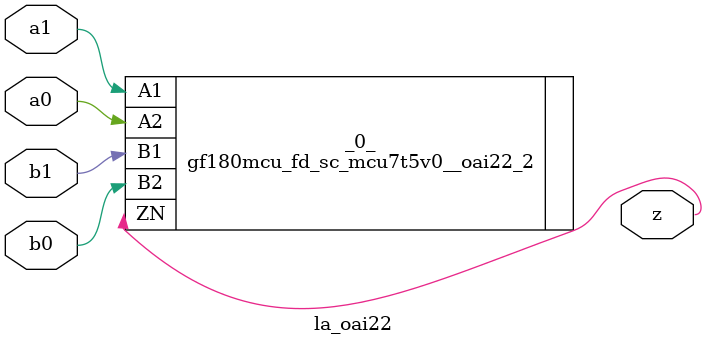
<source format=v>
/* Generated by Yosys 0.37 (git sha1 a5c7f69ed, clang 14.0.0-1ubuntu1.1 -fPIC -Os) */

module la_oai22(a0, a1, b0, b1, z);
  input a0;
  wire a0;
  input a1;
  wire a1;
  input b0;
  wire b0;
  input b1;
  wire b1;
  output z;
  wire z;
  gf180mcu_fd_sc_mcu7t5v0__oai22_2 _0_ (
    .A1(a1),
    .A2(a0),
    .B1(b1),
    .B2(b0),
    .ZN(z)
  );
endmodule

</source>
